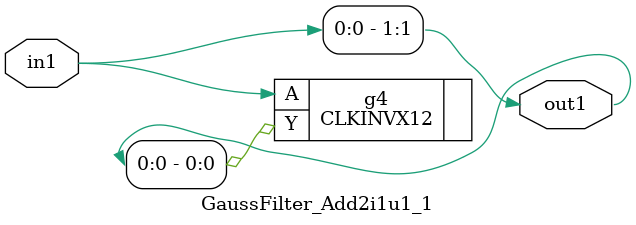
<source format=v>
`timescale 1ps / 1ps


module GaussFilter_Add2i1u1_1(in1, out1);
  input in1;
  output [1:0] out1;
  wire in1;
  wire [1:0] out1;
  assign out1[1] = in1;
  CLKINVX12 g4(.A (in1), .Y (out1[0]));
endmodule



</source>
